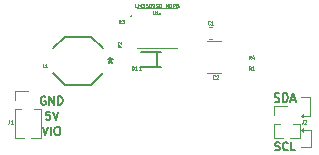
<source format=gbr>
G04 #@! TF.GenerationSoftware,KiCad,Pcbnew,(5.1.4)-1*
G04 #@! TF.CreationDate,2020-07-30T12:24:01-07:00*
G04 #@! TF.ProjectId,Kicad LED Rings,4b696361-6420-44c4-9544-2052696e6773,rev?*
G04 #@! TF.SameCoordinates,Original*
G04 #@! TF.FileFunction,Legend,Top*
G04 #@! TF.FilePolarity,Positive*
%FSLAX46Y46*%
G04 Gerber Fmt 4.6, Leading zero omitted, Abs format (unit mm)*
G04 Created by KiCad (PCBNEW (5.1.4)-1) date 2020-07-30 12:24:01*
%MOMM*%
%LPD*%
G04 APERTURE LIST*
%ADD10C,0.120000*%
%ADD11C,0.100000*%
%ADD12C,0.150000*%
%ADD13C,0.152400*%
%ADD14C,0.050000*%
%ADD15C,0.127000*%
%ADD16C,0.075000*%
G04 APERTURE END LIST*
D10*
X122148600Y-73019920D02*
X121780300Y-73019920D01*
X122214640Y-77231240D02*
X121803160Y-77231240D01*
D11*
G36*
X122001280Y-75943460D02*
G01*
X121833640Y-75798680D01*
X122001280Y-75651360D01*
X122001280Y-75943460D01*
G37*
X122001280Y-75943460D02*
X121833640Y-75798680D01*
X122001280Y-75651360D01*
X122001280Y-75943460D01*
G36*
X122001280Y-74742040D02*
G01*
X121833640Y-74597260D01*
X122001280Y-74449940D01*
X122001280Y-74742040D01*
G37*
X122001280Y-74742040D02*
X121833640Y-74597260D01*
X122001280Y-74449940D01*
X122001280Y-74742040D01*
D10*
X122608340Y-75796140D02*
X121958100Y-75796140D01*
X122608340Y-77231240D02*
X122608340Y-75796140D01*
X122214640Y-77231240D02*
X122608340Y-77231240D01*
X122600720Y-74597260D02*
X121980960Y-74597260D01*
X122600720Y-73019920D02*
X122600720Y-74597260D01*
X122148600Y-73019920D02*
X122600720Y-73019920D01*
D12*
X119588066Y-77504413D02*
X119688066Y-77537746D01*
X119854733Y-77537746D01*
X119921400Y-77504413D01*
X119954733Y-77471080D01*
X119988066Y-77404413D01*
X119988066Y-77337746D01*
X119954733Y-77271080D01*
X119921400Y-77237746D01*
X119854733Y-77204413D01*
X119721400Y-77171080D01*
X119654733Y-77137746D01*
X119621400Y-77104413D01*
X119588066Y-77037746D01*
X119588066Y-76971080D01*
X119621400Y-76904413D01*
X119654733Y-76871080D01*
X119721400Y-76837746D01*
X119888066Y-76837746D01*
X119988066Y-76871080D01*
X120688066Y-77471080D02*
X120654733Y-77504413D01*
X120554733Y-77537746D01*
X120488066Y-77537746D01*
X120388066Y-77504413D01*
X120321400Y-77437746D01*
X120288066Y-77371080D01*
X120254733Y-77237746D01*
X120254733Y-77137746D01*
X120288066Y-77004413D01*
X120321400Y-76937746D01*
X120388066Y-76871080D01*
X120488066Y-76837746D01*
X120554733Y-76837746D01*
X120654733Y-76871080D01*
X120688066Y-76904413D01*
X121321400Y-77537746D02*
X120988066Y-77537746D01*
X120988066Y-76837746D01*
X119571400Y-73422469D02*
X119671400Y-73460564D01*
X119838066Y-73460564D01*
X119904733Y-73422469D01*
X119938066Y-73384374D01*
X119971400Y-73308183D01*
X119971400Y-73231993D01*
X119938066Y-73155802D01*
X119904733Y-73117707D01*
X119838066Y-73079612D01*
X119704733Y-73041517D01*
X119638066Y-73003421D01*
X119604733Y-72965326D01*
X119571400Y-72889136D01*
X119571400Y-72812945D01*
X119604733Y-72736755D01*
X119638066Y-72698660D01*
X119704733Y-72660564D01*
X119871400Y-72660564D01*
X119971400Y-72698660D01*
X120271400Y-73460564D02*
X120271400Y-72660564D01*
X120438066Y-72660564D01*
X120538066Y-72698660D01*
X120604733Y-72774850D01*
X120638066Y-72851040D01*
X120671400Y-73003421D01*
X120671400Y-73117707D01*
X120638066Y-73270088D01*
X120604733Y-73346279D01*
X120538066Y-73422469D01*
X120438066Y-73460564D01*
X120271400Y-73460564D01*
X120938066Y-73231993D02*
X121271400Y-73231993D01*
X120871400Y-73460564D02*
X121104733Y-72660564D01*
X121338066Y-73460564D01*
X99926553Y-75534726D02*
X100159886Y-76234726D01*
X100393220Y-75534726D01*
X100626553Y-76234726D02*
X100626553Y-75534726D01*
X101093220Y-75534726D02*
X101226553Y-75534726D01*
X101293220Y-75568060D01*
X101359886Y-75634726D01*
X101393220Y-75768060D01*
X101393220Y-76001393D01*
X101359886Y-76134726D01*
X101293220Y-76201393D01*
X101226553Y-76234726D01*
X101093220Y-76234726D01*
X101026553Y-76201393D01*
X100959886Y-76134726D01*
X100926553Y-76001393D01*
X100926553Y-75768060D01*
X100959886Y-75634726D01*
X101026553Y-75568060D01*
X101093220Y-75534726D01*
X100559886Y-74246946D02*
X100226553Y-74246946D01*
X100193220Y-74580280D01*
X100226553Y-74546946D01*
X100293220Y-74513613D01*
X100459886Y-74513613D01*
X100526553Y-74546946D01*
X100559886Y-74580280D01*
X100593220Y-74646946D01*
X100593220Y-74813613D01*
X100559886Y-74880280D01*
X100526553Y-74913613D01*
X100459886Y-74946946D01*
X100293220Y-74946946D01*
X100226553Y-74913613D01*
X100193220Y-74880280D01*
X100793220Y-74246946D02*
X101026553Y-74946946D01*
X101259886Y-74246946D01*
X100159886Y-72992500D02*
X100093220Y-72959166D01*
X99993220Y-72959166D01*
X99893220Y-72992500D01*
X99826553Y-73059166D01*
X99793220Y-73125833D01*
X99759886Y-73259166D01*
X99759886Y-73359166D01*
X99793220Y-73492500D01*
X99826553Y-73559166D01*
X99893220Y-73625833D01*
X99993220Y-73659166D01*
X100059886Y-73659166D01*
X100159886Y-73625833D01*
X100193220Y-73592500D01*
X100193220Y-73359166D01*
X100059886Y-73359166D01*
X100493220Y-73659166D02*
X100493220Y-72959166D01*
X100893220Y-73659166D01*
X100893220Y-72959166D01*
X101226553Y-73659166D02*
X101226553Y-72959166D01*
X101393220Y-72959166D01*
X101493220Y-72992500D01*
X101559886Y-73059166D01*
X101593220Y-73125833D01*
X101626553Y-73259166D01*
X101626553Y-73359166D01*
X101593220Y-73492500D01*
X101559886Y-73559166D01*
X101493220Y-73625833D01*
X101393220Y-73659166D01*
X101226553Y-73659166D01*
D13*
X101806500Y-71963360D02*
X104060500Y-71963360D01*
X100806500Y-71013360D02*
X101806500Y-71963360D01*
X101806500Y-67909360D02*
X100806500Y-68859360D01*
X104060500Y-67909360D02*
X101806500Y-67909360D01*
X105060500Y-68859360D02*
X104060500Y-67909360D01*
X104060500Y-71963360D02*
X105060500Y-71013360D01*
D14*
X107384054Y-66219384D02*
G75*
G03X107420600Y-66076320I36546J66864D01*
G01*
X111302800Y-65476120D02*
X107950000Y-65476120D01*
X107950000Y-68828920D02*
X111302800Y-68828920D01*
D15*
X108283640Y-69232620D02*
X109583640Y-69232620D01*
X109583640Y-69232620D02*
X109983640Y-69232620D01*
X109983640Y-70482620D02*
X109583640Y-70482620D01*
X109583640Y-70482620D02*
X108283640Y-70482620D01*
X109583640Y-69232620D02*
X109583640Y-70482620D01*
D10*
X97549680Y-76518900D02*
X98352150Y-76518900D01*
X98967210Y-76518900D02*
X99769680Y-76518900D01*
X97549680Y-74043900D02*
X97549680Y-76518900D01*
X99769680Y-74043900D02*
X99769680Y-76518900D01*
X97549680Y-74043900D02*
X98096209Y-74043900D01*
X99223151Y-74043900D02*
X99769680Y-74043900D01*
X97549680Y-73283900D02*
X97549680Y-72523900D01*
X97549680Y-72523900D02*
X98659680Y-72523900D01*
X119481580Y-76518420D02*
X120284050Y-76518420D01*
X120899110Y-76518420D02*
X121701580Y-76518420D01*
X119481580Y-75313420D02*
X119481580Y-76518420D01*
X121701580Y-75313420D02*
X121701580Y-76518420D01*
X119481580Y-75313420D02*
X120028109Y-75313420D01*
X121155051Y-75313420D02*
X121701580Y-75313420D01*
X119481580Y-74553420D02*
X119481580Y-73793420D01*
X119481580Y-73793420D02*
X120591580Y-73793420D01*
X114300219Y-68084160D02*
X113974661Y-68084160D01*
X114300219Y-67064160D02*
X113974661Y-67064160D01*
D11*
X115050100Y-71004420D02*
X113880100Y-71004420D01*
X115050100Y-68304420D02*
X113880100Y-68304420D01*
D14*
X100071720Y-70501334D02*
X99928862Y-70501334D01*
X99928862Y-70201334D01*
X100328862Y-70501334D02*
X100157434Y-70501334D01*
X100243148Y-70501334D02*
X100243148Y-70201334D01*
X100214577Y-70244191D01*
X100186005Y-70272762D01*
X100157434Y-70287048D01*
D12*
X105671620Y-69673220D02*
X105671620Y-69911316D01*
X105433524Y-69816078D02*
X105671620Y-69911316D01*
X105909715Y-69816078D01*
X105528762Y-70101792D02*
X105671620Y-69911316D01*
X105814477Y-70101792D01*
X105671620Y-69670680D02*
X105671620Y-69908776D01*
X105433524Y-69813538D02*
X105671620Y-69908776D01*
X105909715Y-69813538D01*
X105528762Y-70099252D02*
X105671620Y-69908776D01*
X105814477Y-70099252D01*
D14*
X117559620Y-70729934D02*
X117459620Y-70587077D01*
X117388191Y-70729934D02*
X117388191Y-70429934D01*
X117502477Y-70429934D01*
X117531048Y-70444220D01*
X117545334Y-70458505D01*
X117559620Y-70487077D01*
X117559620Y-70529934D01*
X117545334Y-70558505D01*
X117531048Y-70572791D01*
X117502477Y-70587077D01*
X117388191Y-70587077D01*
X117845334Y-70729934D02*
X117673905Y-70729934D01*
X117759620Y-70729934D02*
X117759620Y-70429934D01*
X117731048Y-70472791D01*
X117702477Y-70501362D01*
X117673905Y-70515648D01*
X106574414Y-68650320D02*
X106431557Y-68750320D01*
X106574414Y-68821748D02*
X106274414Y-68821748D01*
X106274414Y-68707462D01*
X106288700Y-68678891D01*
X106302985Y-68664605D01*
X106331557Y-68650320D01*
X106374414Y-68650320D01*
X106402985Y-68664605D01*
X106417271Y-68678891D01*
X106431557Y-68707462D01*
X106431557Y-68821748D01*
X106302985Y-68536034D02*
X106288700Y-68521748D01*
X106274414Y-68493177D01*
X106274414Y-68421748D01*
X106288700Y-68393177D01*
X106302985Y-68378891D01*
X106331557Y-68364605D01*
X106360128Y-68364605D01*
X106402985Y-68378891D01*
X106574414Y-68550320D01*
X106574414Y-68364605D01*
X106528400Y-66787854D02*
X106428400Y-66644997D01*
X106356971Y-66787854D02*
X106356971Y-66487854D01*
X106471257Y-66487854D01*
X106499828Y-66502140D01*
X106514114Y-66516425D01*
X106528400Y-66544997D01*
X106528400Y-66587854D01*
X106514114Y-66616425D01*
X106499828Y-66630711D01*
X106471257Y-66644997D01*
X106356971Y-66644997D01*
X106628400Y-66487854D02*
X106814114Y-66487854D01*
X106714114Y-66602140D01*
X106756971Y-66602140D01*
X106785542Y-66616425D01*
X106799828Y-66630711D01*
X106814114Y-66659282D01*
X106814114Y-66730711D01*
X106799828Y-66759282D01*
X106785542Y-66773568D01*
X106756971Y-66787854D01*
X106671257Y-66787854D01*
X106642685Y-66773568D01*
X106628400Y-66759282D01*
X109240348Y-65718234D02*
X109240348Y-65961091D01*
X109254634Y-65989662D01*
X109268920Y-66003948D01*
X109297491Y-66018234D01*
X109354634Y-66018234D01*
X109383205Y-66003948D01*
X109397491Y-65989662D01*
X109411777Y-65961091D01*
X109411777Y-65718234D01*
X109711777Y-66018234D02*
X109540348Y-66018234D01*
X109626062Y-66018234D02*
X109626062Y-65718234D01*
X109597491Y-65761091D01*
X109568920Y-65789662D01*
X109540348Y-65803948D01*
X107932111Y-65418794D02*
X107789254Y-65418794D01*
X107789254Y-65118794D01*
X108032111Y-65418794D02*
X108032111Y-65118794D01*
X108132111Y-65333080D01*
X108232111Y-65118794D01*
X108232111Y-65418794D01*
X108346397Y-65118794D02*
X108532111Y-65118794D01*
X108432111Y-65233080D01*
X108474968Y-65233080D01*
X108503540Y-65247365D01*
X108517825Y-65261651D01*
X108532111Y-65290222D01*
X108532111Y-65361651D01*
X108517825Y-65390222D01*
X108503540Y-65404508D01*
X108474968Y-65418794D01*
X108389254Y-65418794D01*
X108360682Y-65404508D01*
X108346397Y-65390222D01*
X108803540Y-65118794D02*
X108660682Y-65118794D01*
X108646397Y-65261651D01*
X108660682Y-65247365D01*
X108689254Y-65233080D01*
X108760682Y-65233080D01*
X108789254Y-65247365D01*
X108803540Y-65261651D01*
X108817825Y-65290222D01*
X108817825Y-65361651D01*
X108803540Y-65390222D01*
X108789254Y-65404508D01*
X108760682Y-65418794D01*
X108689254Y-65418794D01*
X108660682Y-65404508D01*
X108646397Y-65390222D01*
X109003540Y-65118794D02*
X109032111Y-65118794D01*
X109060682Y-65133080D01*
X109074968Y-65147365D01*
X109089254Y-65175937D01*
X109103540Y-65233080D01*
X109103540Y-65304508D01*
X109089254Y-65361651D01*
X109074968Y-65390222D01*
X109060682Y-65404508D01*
X109032111Y-65418794D01*
X109003540Y-65418794D01*
X108974968Y-65404508D01*
X108960682Y-65390222D01*
X108946397Y-65361651D01*
X108932111Y-65304508D01*
X108932111Y-65233080D01*
X108946397Y-65175937D01*
X108960682Y-65147365D01*
X108974968Y-65133080D01*
X109003540Y-65118794D01*
X109246397Y-65418794D02*
X109303540Y-65418794D01*
X109332111Y-65404508D01*
X109346397Y-65390222D01*
X109374968Y-65347365D01*
X109389254Y-65290222D01*
X109389254Y-65175937D01*
X109374968Y-65147365D01*
X109360682Y-65133080D01*
X109332111Y-65118794D01*
X109274968Y-65118794D01*
X109246397Y-65133080D01*
X109232111Y-65147365D01*
X109217825Y-65175937D01*
X109217825Y-65247365D01*
X109232111Y-65275937D01*
X109246397Y-65290222D01*
X109274968Y-65304508D01*
X109332111Y-65304508D01*
X109360682Y-65290222D01*
X109374968Y-65275937D01*
X109389254Y-65247365D01*
X109503540Y-65404508D02*
X109546397Y-65418794D01*
X109617825Y-65418794D01*
X109646397Y-65404508D01*
X109660682Y-65390222D01*
X109674968Y-65361651D01*
X109674968Y-65333080D01*
X109660682Y-65304508D01*
X109646397Y-65290222D01*
X109617825Y-65275937D01*
X109560682Y-65261651D01*
X109532111Y-65247365D01*
X109517825Y-65233080D01*
X109503540Y-65204508D01*
X109503540Y-65175937D01*
X109517825Y-65147365D01*
X109532111Y-65133080D01*
X109560682Y-65118794D01*
X109632111Y-65118794D01*
X109674968Y-65133080D01*
X109803540Y-65418794D02*
X109803540Y-65118794D01*
X109874968Y-65118794D01*
X109917825Y-65133080D01*
X109946397Y-65161651D01*
X109960682Y-65190222D01*
X109974968Y-65247365D01*
X109974968Y-65290222D01*
X109960682Y-65347365D01*
X109946397Y-65375937D01*
X109917825Y-65404508D01*
X109874968Y-65418794D01*
X109803540Y-65418794D01*
X110032111Y-65447365D02*
X110260682Y-65447365D01*
X110332111Y-65418794D02*
X110332111Y-65118794D01*
X110503540Y-65418794D01*
X110503540Y-65118794D01*
X110703540Y-65118794D02*
X110760682Y-65118794D01*
X110789254Y-65133080D01*
X110817825Y-65161651D01*
X110832111Y-65218794D01*
X110832111Y-65318794D01*
X110817825Y-65375937D01*
X110789254Y-65404508D01*
X110760682Y-65418794D01*
X110703540Y-65418794D01*
X110674968Y-65404508D01*
X110646397Y-65375937D01*
X110632111Y-65318794D01*
X110632111Y-65218794D01*
X110646397Y-65161651D01*
X110674968Y-65133080D01*
X110703540Y-65118794D01*
X110960682Y-65418794D02*
X110960682Y-65118794D01*
X111074968Y-65118794D01*
X111103540Y-65133080D01*
X111117825Y-65147365D01*
X111132111Y-65175937D01*
X111132111Y-65218794D01*
X111117825Y-65247365D01*
X111103540Y-65261651D01*
X111074968Y-65275937D01*
X110960682Y-65275937D01*
X111360682Y-65261651D02*
X111403540Y-65275937D01*
X111417825Y-65290222D01*
X111432111Y-65318794D01*
X111432111Y-65361651D01*
X111417825Y-65390222D01*
X111403540Y-65404508D01*
X111374968Y-65418794D01*
X111260682Y-65418794D01*
X111260682Y-65118794D01*
X111360682Y-65118794D01*
X111389254Y-65133080D01*
X111403540Y-65147365D01*
X111417825Y-65175937D01*
X111417825Y-65204508D01*
X111403540Y-65233080D01*
X111389254Y-65247365D01*
X111360682Y-65261651D01*
X111260682Y-65261651D01*
X109837220Y-65875714D02*
X109837220Y-65947142D01*
X109765791Y-65918571D02*
X109837220Y-65947142D01*
X109908648Y-65918571D01*
X109794362Y-66004285D02*
X109837220Y-65947142D01*
X109880077Y-66004285D01*
X107473954Y-70719774D02*
X107473954Y-70419774D01*
X107545382Y-70419774D01*
X107588240Y-70434060D01*
X107616811Y-70462631D01*
X107631097Y-70491202D01*
X107645382Y-70548345D01*
X107645382Y-70591202D01*
X107631097Y-70648345D01*
X107616811Y-70676917D01*
X107588240Y-70705488D01*
X107545382Y-70719774D01*
X107473954Y-70719774D01*
X107931097Y-70719774D02*
X107759668Y-70719774D01*
X107845382Y-70719774D02*
X107845382Y-70419774D01*
X107816811Y-70462631D01*
X107788240Y-70491202D01*
X107759668Y-70505488D01*
X108216811Y-70719774D02*
X108045382Y-70719774D01*
X108131097Y-70719774D02*
X108131097Y-70419774D01*
X108102525Y-70462631D01*
X108073954Y-70491202D01*
X108045382Y-70505488D01*
X117554540Y-69815534D02*
X117454540Y-69672677D01*
X117383111Y-69815534D02*
X117383111Y-69515534D01*
X117497397Y-69515534D01*
X117525968Y-69529820D01*
X117540254Y-69544105D01*
X117554540Y-69572677D01*
X117554540Y-69615534D01*
X117540254Y-69644105D01*
X117525968Y-69658391D01*
X117497397Y-69672677D01*
X117383111Y-69672677D01*
X117811682Y-69615534D02*
X117811682Y-69815534D01*
X117740254Y-69501248D02*
X117668825Y-69715534D01*
X117854540Y-69715534D01*
X97100720Y-74968254D02*
X97100720Y-75182540D01*
X97086434Y-75225397D01*
X97057862Y-75253968D01*
X97015005Y-75268254D01*
X96986434Y-75268254D01*
X97400720Y-75268254D02*
X97229291Y-75268254D01*
X97315005Y-75268254D02*
X97315005Y-74968254D01*
X97286434Y-75011111D01*
X97257862Y-75039682D01*
X97229291Y-75053968D01*
X121962240Y-74968254D02*
X121962240Y-75182540D01*
X121947954Y-75225397D01*
X121919382Y-75253968D01*
X121876525Y-75268254D01*
X121847954Y-75268254D01*
X122090811Y-74996825D02*
X122105097Y-74982540D01*
X122133668Y-74968254D01*
X122205097Y-74968254D01*
X122233668Y-74982540D01*
X122247954Y-74996825D01*
X122262240Y-75025397D01*
X122262240Y-75053968D01*
X122247954Y-75096825D01*
X122076525Y-75268254D01*
X122262240Y-75268254D01*
X114090080Y-66855802D02*
X114075794Y-66870088D01*
X114032937Y-66884374D01*
X114004365Y-66884374D01*
X113961508Y-66870088D01*
X113932937Y-66841517D01*
X113918651Y-66812945D01*
X113904365Y-66755802D01*
X113904365Y-66712945D01*
X113918651Y-66655802D01*
X113932937Y-66627231D01*
X113961508Y-66598660D01*
X114004365Y-66584374D01*
X114032937Y-66584374D01*
X114075794Y-66598660D01*
X114090080Y-66612945D01*
X114375794Y-66884374D02*
X114204365Y-66884374D01*
X114290080Y-66884374D02*
X114290080Y-66584374D01*
X114261508Y-66627231D01*
X114232937Y-66655802D01*
X114204365Y-66670088D01*
D16*
X114521780Y-71450662D02*
X114507494Y-71464948D01*
X114464637Y-71479234D01*
X114436065Y-71479234D01*
X114393208Y-71464948D01*
X114364637Y-71436377D01*
X114350351Y-71407805D01*
X114336065Y-71350662D01*
X114336065Y-71307805D01*
X114350351Y-71250662D01*
X114364637Y-71222091D01*
X114393208Y-71193520D01*
X114436065Y-71179234D01*
X114464637Y-71179234D01*
X114507494Y-71193520D01*
X114521780Y-71207805D01*
X114636065Y-71207805D02*
X114650351Y-71193520D01*
X114678922Y-71179234D01*
X114750351Y-71179234D01*
X114778922Y-71193520D01*
X114793208Y-71207805D01*
X114807494Y-71236377D01*
X114807494Y-71264948D01*
X114793208Y-71307805D01*
X114621780Y-71479234D01*
X114807494Y-71479234D01*
M02*

</source>
